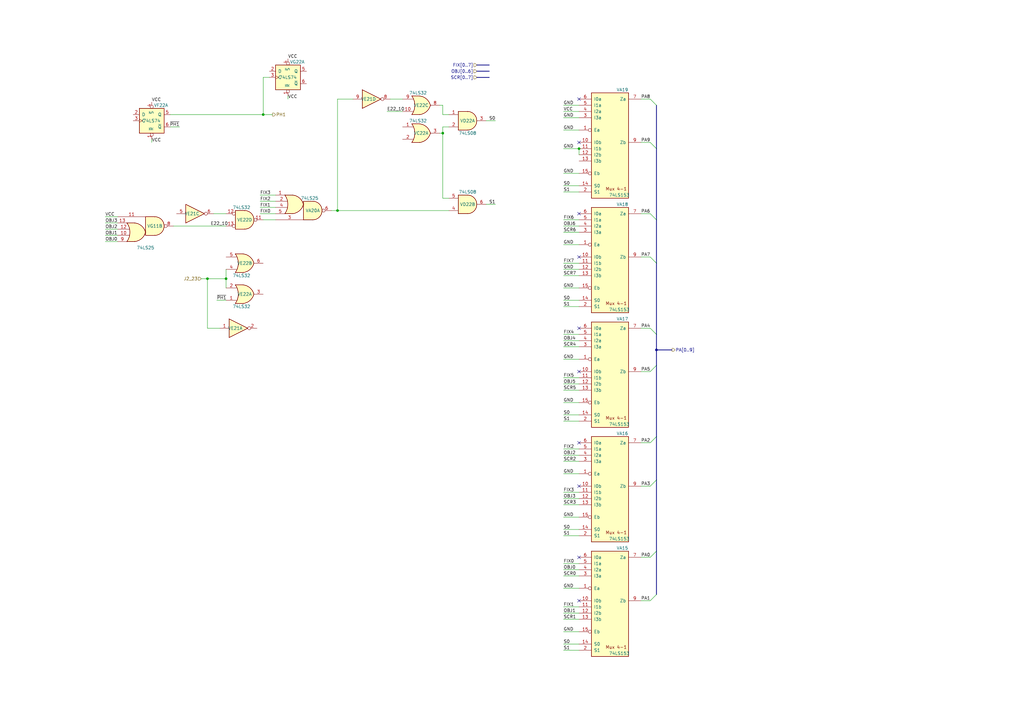
<source format=kicad_sch>
(kicad_sch (version 20231120) (generator "eeschema") (generator_version "8.0")
  (paper "A3")
  (title_block (date "2024-10-12") (company "JOTEGO") (comment 1 "Jose Tejada"))
  (lib_symbols
    (symbol "74xx:74LS04"
      (property "Reference" "U" (at 0 1.27 0))
      (property "Value" "74LS04" (at 0 -1.27 0))
      (symbol "74LS04_1_0"
        (polyline (pts (xy -3.81 3.81) (xy -3.81 -3.81) (xy 3.81 0) (xy -3.81 3.81)) (stroke (width 0.254)) (fill (type background)))
        (pin input line (at -7.62 0 0) (length 3.81) (name "~") (number "1"))
        (pin output inverted (at 7.62 0 180) (length 3.81) (name "~") (number "2"))
      )
      (symbol "74LS04_2_0"
        (polyline (pts (xy -3.81 3.81) (xy -3.81 -3.81) (xy 3.81 0) (xy -3.81 3.81)) (stroke (width 0.254)) (fill (type background)))
        (pin input line (at -7.62 0 0) (length 3.81) (name "~") (number "3"))
        (pin output inverted (at 7.62 0 180) (length 3.81) (name "~") (number "4"))
      )
      (symbol "74LS04_3_0"
        (polyline (pts (xy -3.81 3.81) (xy -3.81 -3.81) (xy 3.81 0) (xy -3.81 3.81)) (stroke (width 0.254)) (fill (type background)))
        (pin input line (at -7.62 0 0) (length 3.81) (name "~") (number "5"))
        (pin output inverted (at 7.62 0 180) (length 3.81) (name "~") (number "6"))
      )
      (symbol "74LS04_4_0"
        (polyline (pts (xy -3.81 3.81) (xy -3.81 -3.81) (xy 3.81 0) (xy -3.81 3.81)) (stroke (width 0.254)) (fill (type background)))
        (pin output inverted (at 7.62 0 180) (length 3.81) (name "~") (number "8"))
        (pin input line (at -7.62 0 0) (length 3.81) (name "~") (number "9"))
      )
      (symbol "74LS04_5_0"
        (polyline (pts (xy -3.81 3.81) (xy -3.81 -3.81) (xy 3.81 0) (xy -3.81 3.81)) (stroke (width 0.254)) (fill (type background)))
        (pin output inverted (at 7.62 0 180) (length 3.81) (name "~") (number "10"))
        (pin input line (at -7.62 0 0) (length 3.81) (name "~") (number "11"))
      )
      (symbol "74LS04_6_0"
        (polyline (pts (xy -3.81 3.81) (xy -3.81 -3.81) (xy 3.81 0) (xy -3.81 3.81)) (stroke (width 0.254)) (fill (type background)))
        (pin output inverted (at 7.62 0 180) (length 3.81) (name "~") (number "12"))
        (pin input line (at -7.62 0 0) (length 3.81) (name "~") (number "13"))
      )
      (symbol "74LS04_7_0"
        (pin power_in line (at 0 12.7 270) (length 5.08) (name "VCC") (number "14"))
        (pin power_in line (at 0 -12.7 90) (length 5.08) (name "GND") (number "7"))
      )
      (symbol "74LS04_7_1"
        (rectangle (start -5.08 7.62) (end 5.08 -7.62) (stroke (width 0.254)) (fill (type background)))
      )
    )
    (symbol "jt74:74LS08" (pin_names (offset 1.016))
      (property "Reference" "U" (at 0 1.27 0))
      (property "Value" "74LS08" (at 0 -1.27 0))
      (symbol "74LS08_1_1"
        (arc (start 0 -3.81) (mid 3.7934 0) (end 0 3.81) (stroke (width 0.254)) (fill (type background)))
        (polyline (pts (xy 0 3.81) (xy -3.81 3.81) (xy -3.81 -3.81) (xy 0 -3.81)) (stroke (width 0.254)) (fill (type background)))
        (pin input line (at -7.62 2.54 0) (length 3.81) (name "~") (number "1"))
        (pin input line (at -7.62 -2.54 0) (length 3.81) (name "~") (number "2"))
        (pin output line (at 7.62 0 180) (length 3.81) (name "~") (number "3"))
      )
      (symbol "74LS08_1_2"
        (arc (start -3.81 -3.81) (mid -2.589 0) (end -3.81 3.81) (stroke (width 0.254)))
        (arc (start -0.6096 -3.81) (mid 2.1842 -2.5851) (end 3.81 0) (stroke (width 0.254)) (fill (type background)))
        (polyline (pts (xy -3.81 -3.81) (xy -0.635 -3.81)) (stroke (width 0.254)) (fill (type background)))
        (polyline (pts (xy -3.81 3.81) (xy -0.635 3.81)) (stroke (width 0.254)) (fill (type background)))
        (polyline (pts (xy -0.635 3.81) (xy -3.81 3.81) (xy -3.81 3.81) (xy -3.556 3.4036) (xy -3.0226 2.2606) (xy -2.6924 1.0414) (xy -2.6162 -0.254) (xy -2.7686 -1.4986) (xy -3.175 -2.7178) (xy -3.81 -3.81) (xy -3.81 -3.81) (xy -0.635 -3.81)) (stroke (width -25.4)) (fill (type background)))
        (arc (start 3.81 0) (mid 2.1915 2.5936) (end -0.6096 3.81) (stroke (width 0.254)) (fill (type background)))
        (pin input inverted (at -7.62 2.54 0) (length 4.318) (name "~") (number "1"))
        (pin input inverted (at -7.62 -2.54 0) (length 4.318) (name "~") (number "2"))
        (pin output inverted (at 7.62 0 180) (length 3.81) (name "~") (number "3"))
      )
      (symbol "74LS08_2_1"
        (arc (start 0 -3.81) (mid 3.7934 0) (end 0 3.81) (stroke (width 0.254)) (fill (type background)))
        (polyline (pts (xy 0 3.81) (xy -3.81 3.81) (xy -3.81 -3.81) (xy 0 -3.81)) (stroke (width 0.254)) (fill (type background)))
        (pin input line (at -7.62 2.54 0) (length 3.81) (name "~") (number "4"))
        (pin input line (at -7.62 -2.54 0) (length 3.81) (name "~") (number "5"))
        (pin output line (at 7.62 0 180) (length 3.81) (name "~") (number "6"))
      )
      (symbol "74LS08_2_2"
        (arc (start -3.81 -3.81) (mid -2.589 0) (end -3.81 3.81) (stroke (width 0.254)))
        (arc (start -0.6096 -3.81) (mid 2.1842 -2.5851) (end 3.81 0) (stroke (width 0.254)) (fill (type background)))
        (polyline (pts (xy -3.81 -3.81) (xy -0.635 -3.81)) (stroke (width 0.254)) (fill (type background)))
        (polyline (pts (xy -3.81 3.81) (xy -0.635 3.81)) (stroke (width 0.254)) (fill (type background)))
        (polyline (pts (xy -0.635 3.81) (xy -3.81 3.81) (xy -3.81 3.81) (xy -3.556 3.4036) (xy -3.0226 2.2606) (xy -2.6924 1.0414) (xy -2.6162 -0.254) (xy -2.7686 -1.4986) (xy -3.175 -2.7178) (xy -3.81 -3.81) (xy -3.81 -3.81) (xy -0.635 -3.81)) (stroke (width -25.4)) (fill (type background)))
        (arc (start 3.81 0) (mid 2.1915 2.5936) (end -0.6096 3.81) (stroke (width 0.254)) (fill (type background)))
        (pin input inverted (at -7.62 2.54 0) (length 4.318) (name "~") (number "4"))
        (pin input inverted (at -7.62 -2.54 0) (length 4.318) (name "~") (number "5"))
        (pin output inverted (at 7.62 0 180) (length 3.81) (name "~") (number "6"))
      )
      (symbol "74LS08_3_1"
        (arc (start 0 -3.81) (mid 3.7934 0) (end 0 3.81) (stroke (width 0.254)) (fill (type background)))
        (polyline (pts (xy 0 3.81) (xy -3.81 3.81) (xy -3.81 -3.81) (xy 0 -3.81)) (stroke (width 0.254)) (fill (type background)))
        (pin input line (at -7.62 -2.54 0) (length 3.81) (name "~") (number "10"))
        (pin output line (at 7.62 0 180) (length 3.81) (name "~") (number "8"))
        (pin input line (at -7.62 2.54 0) (length 3.81) (name "~") (number "9"))
      )
      (symbol "74LS08_3_2"
        (arc (start -3.81 -3.81) (mid -2.589 0) (end -3.81 3.81) (stroke (width 0.254)))
        (arc (start -0.6096 -3.81) (mid 2.1842 -2.5851) (end 3.81 0) (stroke (width 0.254)) (fill (type background)))
        (polyline (pts (xy -3.81 -3.81) (xy -0.635 -3.81)) (stroke (width 0.254)) (fill (type background)))
        (polyline (pts (xy -3.81 3.81) (xy -0.635 3.81)) (stroke (width 0.254)) (fill (type background)))
        (polyline (pts (xy -0.635 3.81) (xy -3.81 3.81) (xy -3.81 3.81) (xy -3.556 3.4036) (xy -3.0226 2.2606) (xy -2.6924 1.0414) (xy -2.6162 -0.254) (xy -2.7686 -1.4986) (xy -3.175 -2.7178) (xy -3.81 -3.81) (xy -3.81 -3.81) (xy -0.635 -3.81)) (stroke (width -25.4)) (fill (type background)))
        (arc (start 3.81 0) (mid 2.1915 2.5936) (end -0.6096 3.81) (stroke (width 0.254)) (fill (type background)))
        (pin input inverted (at -7.62 -2.54 0) (length 4.318) (name "~") (number "10"))
        (pin output inverted (at 7.62 0 180) (length 3.81) (name "~") (number "8"))
        (pin input inverted (at -7.62 2.54 0) (length 4.318) (name "~") (number "9"))
      )
      (symbol "74LS08_4_1"
        (arc (start 0 -3.81) (mid 3.7934 0) (end 0 3.81) (stroke (width 0.254)) (fill (type background)))
        (polyline (pts (xy 0 3.81) (xy -3.81 3.81) (xy -3.81 -3.81) (xy 0 -3.81)) (stroke (width 0.254)) (fill (type background)))
        (pin output line (at 7.62 0 180) (length 3.81) (name "~") (number "11"))
        (pin input line (at -7.62 2.54 0) (length 3.81) (name "~") (number "12"))
        (pin input line (at -7.62 -2.54 0) (length 3.81) (name "~") (number "13"))
      )
      (symbol "74LS08_4_2"
        (arc (start -3.81 -3.81) (mid -2.589 0) (end -3.81 3.81) (stroke (width 0.254)))
        (arc (start -0.6096 -3.81) (mid 2.1842 -2.5851) (end 3.81 0) (stroke (width 0.254)) (fill (type background)))
        (polyline (pts (xy -3.81 -3.81) (xy -0.635 -3.81)) (stroke (width 0.254)) (fill (type background)))
        (polyline (pts (xy -3.81 3.81) (xy -0.635 3.81)) (stroke (width 0.254)) (fill (type background)))
        (polyline (pts (xy -0.635 3.81) (xy -3.81 3.81) (xy -3.81 3.81) (xy -3.556 3.4036) (xy -3.0226 2.2606) (xy -2.6924 1.0414) (xy -2.6162 -0.254) (xy -2.7686 -1.4986) (xy -3.175 -2.7178) (xy -3.81 -3.81) (xy -3.81 -3.81) (xy -0.635 -3.81)) (stroke (width -25.4)) (fill (type background)))
        (arc (start 3.81 0) (mid 2.1915 2.5936) (end -0.6096 3.81) (stroke (width 0.254)) (fill (type background)))
        (pin output inverted (at 7.62 0 180) (length 3.81) (name "~") (number "11"))
        (pin input inverted (at -7.62 2.54 0) (length 4.318) (name "~") (number "12"))
        (pin input inverted (at -7.62 -2.54 0) (length 4.318) (name "~") (number "13"))
      )
      (symbol "74LS08_5_0"
        (pin power_in line (at 0 7.62 270) (length 5.08) hide (name "VCC") (number "14"))
        (pin power_in line (at 0 -7.62 90) (length 5.08) hide (name "VSS") (number "7"))
      )
      (symbol "74LS08_5_1"
        (rectangle (start -5.08 7.62) (end 5.08 -7.62) (stroke (width 0.254)) (fill (type background)))
      )
    )
    (symbol "jt74:74LS153" (pin_names (offset 1.016))
      (property "Reference" "U" (at 0 5.08 0))
      (property "Value" "74LS153" (at 2.54 -21.59 0))
      (symbol "74LS153_0_0"
        (text "Mux 4-1" (at 2.54 -19.05 0) (effects (font (size 1.27 1.27))))
      )
      (symbol "74LS153_1_0"
        (pin input inverted (at -12.7 5.08 0) (length 5.08) (name "Ea") (number "1"))
        (pin input line (at -12.7 0 0) (length 5.08) (name "I0b") (number "10"))
        (pin input line (at -12.7 -2.54 0) (length 5.08) (name "I1b") (number "11"))
        (pin input line (at -12.7 -5.08 0) (length 5.08) (name "I2b") (number "12"))
        (pin input line (at -12.7 -7.62 0) (length 5.08) (name "I3b") (number "13"))
        (pin input line (at -12.7 -17.78 0) (length 5.08) (name "S0") (number "14"))
        (pin input inverted (at -12.7 -12.7 0) (length 5.08) (name "Eb") (number "15"))
        (pin input line (at -12.7 -20.32 0) (length 5.08) (name "S1") (number "2"))
        (pin input line (at -12.7 10.16 0) (length 5.08) (name "I3a") (number "3"))
        (pin input line (at -12.7 12.7 0) (length 5.08) (name "I2a") (number "4"))
        (pin input line (at -12.7 15.24 0) (length 5.08) (name "I1a") (number "5"))
        (pin input line (at -12.7 17.78 0) (length 5.08) (name "I0a") (number "6"))
        (pin output line (at 12.7 17.78 180) (length 5.08) (name "Za") (number "7"))
        (pin output line (at 12.7 0 180) (length 5.08) (name "Zb") (number "9"))
      )
      (symbol "74LS153_1_1"
        (rectangle (start -7.62 20.32) (end 7.62 -22.86) (stroke (width 0.254)) (fill (type background)))
      )
    )
    (symbol "jt74:74LS25" (pin_names (offset 1.016))
      (property "Reference" "U" (at 0 1.016 0))
      (property "Value" "74LS25" (at 0 -1.016 0))
      (symbol "74LS25_1_0"
        (pin input line (at -10.16 5.08 0) (length 3.81) (name "~") (number "1"))
        (pin input line (at -10.16 2.54 0) (length 4.826) (name "~") (number "2"))
        (pin input line (at -10.16 0 0) (length 4.826) (name "~") (number "4"))
        (pin input line (at -10.16 -2.54 0) (length 3.81) (name "~") (number "5"))
      )
      (symbol "74LS25_1_1"
        (arc (start -6.35 -2.54) (mid -5.129 1.27) (end -6.35 5.08) (stroke (width 0.254)))
        (arc (start -3.1496 -2.54) (mid -0.3545 -1.314) (end 1.27 1.27) (stroke (width 0.254)) (fill (type background)))
        (polyline (pts (xy -6.35 -2.54) (xy -3.175 -2.54)) (stroke (width 0.254)) (fill (type background)))
        (polyline (pts (xy -6.35 5.08) (xy -3.175 5.08)) (stroke (width 0.254)) (fill (type background)))
        (polyline (pts (xy 5.08 2.54) (xy 1.27 2.54) (xy 1.27 -5.08) (xy 5.08 -5.08)) (stroke (width 0.254)) (fill (type background)))
        (polyline (pts (xy -3.175 5.08) (xy -6.35 5.08) (xy -6.35 5.08) (xy -6.096 4.6736) (xy -5.5626 3.5306) (xy -5.2324 2.3114) (xy -5.1562 1.016) (xy -5.3086 -0.2286) (xy -5.715 -1.4478) (xy -6.35 -2.54) (xy -6.35 -2.54) (xy -3.175 -2.54)) (stroke (width -25.4)) (fill (type background)))
        (arc (start 1.27 1.27) (mid -0.3472 3.8625) (end -3.1496 5.08) (stroke (width 0.254)) (fill (type background)))
        (arc (start 5.08 -5.08) (mid 8.8734 -1.27) (end 5.08 2.54) (stroke (width 0.254)) (fill (type background)))
        (pin input line (at -10.16 -5.08 0) (length 11.43) (name "~") (number "3"))
        (pin output inverted (at 12.7 -1.27 180) (length 3.81) (name "~") (number "6"))
      )
      (symbol "74LS25_1_2"
        (arc (start 0 -3.81) (mid 3.7934 0) (end 0 3.81) (stroke (width 0.254)) (fill (type background)))
        (polyline (pts (xy 0 3.81) (xy -3.81 3.81) (xy -3.81 -3.81) (xy 0 -3.81)) (stroke (width 0.254)) (fill (type background)))
        (pin output line (at 7.62 0 180) (length 3.81) (name "~") (number "1"))
        (pin input inverted (at -7.62 2.54 0) (length 3.81) (name "~") (number "2"))
        (pin input inverted (at -7.62 -2.54 0) (length 3.81) (name "~") (number "3"))
      )
      (symbol "74LS25_2_0"
        (pin input line (at -10.16 2.54 0) (length 4.826) (name "~") (number "10"))
        (pin input line (at -10.16 0 0) (length 4.826) (name "~") (number "12"))
        (pin input line (at -10.16 -2.54 0) (length 3.81) (name "~") (number "13"))
        (pin input line (at -10.16 5.08 0) (length 3.81) (name "~") (number "9"))
      )
      (symbol "74LS25_2_1"
        (arc (start -6.35 -2.54) (mid -5.129 1.27) (end -6.35 5.08) (stroke (width 0.254)))
        (arc (start -3.1496 -2.54) (mid -0.3545 -1.314) (end 1.27 1.27) (stroke (width 0.254)) (fill (type background)))
        (polyline (pts (xy -6.35 -2.54) (xy -3.175 -2.54)) (stroke (width 0.254)) (fill (type background)))
        (polyline (pts (xy -6.35 5.08) (xy -3.175 5.08)) (stroke (width 0.254)) (fill (type background)))
        (polyline (pts (xy 5.08 2.54) (xy 1.27 2.54) (xy 1.27 -5.08) (xy 5.08 -5.08)) (stroke (width 0.254)) (fill (type background)))
        (polyline (pts (xy -3.175 5.08) (xy -6.35 5.08) (xy -6.35 5.08) (xy -6.096 4.6736) (xy -5.5626 3.5306) (xy -5.2324 2.3114) (xy -5.1562 1.016) (xy -5.3086 -0.2286) (xy -5.715 -1.4478) (xy -6.35 -2.54) (xy -6.35 -2.54) (xy -3.175 -2.54)) (stroke (width -25.4)) (fill (type background)))
        (arc (start 1.27 1.27) (mid -0.3472 3.8625) (end -3.1496 5.08) (stroke (width 0.254)) (fill (type background)))
        (arc (start 5.08 -5.08) (mid 8.8734 -1.27) (end 5.08 2.54) (stroke (width 0.254)) (fill (type background)))
        (pin input line (at -10.16 -5.08 0) (length 11.43) (name "~") (number "11"))
        (pin output inverted (at 12.7 -1.27 180) (length 3.81) (name "~") (number "8"))
      )
      (symbol "74LS25_2_2"
        (arc (start 0 -3.81) (mid 3.7934 0) (end 0 3.81) (stroke (width 0.254)) (fill (type background)))
        (polyline (pts (xy 0 3.81) (xy -3.81 3.81) (xy -3.81 -3.81) (xy 0 -3.81)) (stroke (width 0.254)) (fill (type background)))
        (pin output line (at 7.62 0 180) (length 3.81) (name "~") (number "4"))
        (pin input inverted (at -7.62 2.54 0) (length 3.81) (name "~") (number "5"))
        (pin input inverted (at -7.62 -2.54 0) (length 3.81) (name "~") (number "6"))
      )
      (symbol "74LS25_3_0"
        (pin power_in line (at 0 12.7 270) (length 5.08) (name "VCC") (number "14"))
        (pin power_in line (at 0 -12.7 90) (length 5.08) (name "GND") (number "7"))
      )
      (symbol "74LS25_3_1"
        (rectangle (start -5.08 7.62) (end 5.08 -7.62) (stroke (width 0.254)) (fill (type background)))
      )
      (symbol "74LS25_3_2"
        (arc (start 0 -3.81) (mid 3.7934 0) (end 0 3.81) (stroke (width 0.254)) (fill (type background)))
        (polyline (pts (xy 0 3.81) (xy -3.81 3.81) (xy -3.81 -3.81) (xy 0 -3.81)) (stroke (width 0.254)) (fill (type background)))
        (pin output line (at 7.62 0 180) (length 3.81) (name "~") (number "10"))
        (pin input inverted (at -7.62 2.54 0) (length 3.81) (name "~") (number "8"))
        (pin input inverted (at -7.62 -2.54 0) (length 3.81) (name "~") (number "9"))
      )
    )
    (symbol "jt74:74LS32" (pin_names (offset 1.016))
      (property "Reference" "U" (at 0 1.27 0))
      (property "Value" "74LS32" (at 0 -1.27 0))
      (symbol "74LS32_1_1"
        (arc (start -3.81 -3.81) (mid -2.589 0) (end -3.81 3.81) (stroke (width 0.254)))
        (arc (start -0.6096 -3.81) (mid 2.1842 -2.5851) (end 3.81 0) (stroke (width 0.254)) (fill (type background)))
        (polyline (pts (xy -3.81 -3.81) (xy -0.635 -3.81)) (stroke (width 0.254)) (fill (type background)))
        (polyline (pts (xy -3.81 3.81) (xy -0.635 3.81)) (stroke (width 0.254)) (fill (type background)))
        (polyline (pts (xy -0.635 3.81) (xy -3.81 3.81) (xy -3.81 3.81) (xy -3.556 3.4036) (xy -3.0226 2.2606) (xy -2.6924 1.0414) (xy -2.6162 -0.254) (xy -2.7686 -1.4986) (xy -3.175 -2.7178) (xy -3.81 -3.81) (xy -3.81 -3.81) (xy -0.635 -3.81)) (stroke (width -25.4)) (fill (type background)))
        (arc (start 3.81 0) (mid 2.1915 2.5936) (end -0.6096 3.81) (stroke (width 0.254)) (fill (type background)))
        (pin input line (at -7.62 2.54 0) (length 4.318) (name "~") (number "1"))
        (pin input line (at -7.62 -2.54 0) (length 4.318) (name "~") (number "2"))
        (pin output line (at 7.62 0 180) (length 3.81) (name "~") (number "3"))
      )
      (symbol "74LS32_1_2"
        (arc (start 0 -3.81) (mid 3.7934 0) (end 0 3.81) (stroke (width 0.254)) (fill (type background)))
        (polyline (pts (xy 0 3.81) (xy -3.81 3.81) (xy -3.81 -3.81) (xy 0 -3.81)) (stroke (width 0.254)) (fill (type background)))
        (pin input inverted (at -7.62 2.54 0) (length 3.81) (name "~") (number "1"))
        (pin input inverted (at -7.62 -2.54 0) (length 3.81) (name "~") (number "2"))
        (pin output inverted (at 7.62 0 180) (length 3.81) (name "~") (number "3"))
      )
      (symbol "74LS32_2_1"
        (arc (start -3.81 -3.81) (mid -2.589 0) (end -3.81 3.81) (stroke (width 0.254)))
        (arc (start -0.6096 -3.81) (mid 2.1842 -2.5851) (end 3.81 0) (stroke (width 0.254)) (fill (type background)))
        (polyline (pts (xy -3.81 -3.81) (xy -0.635 -3.81)) (stroke (width 0.254)) (fill (type background)))
        (polyline (pts (xy -3.81 3.81) (xy -0.635 3.81)) (stroke (width 0.254)) (fill (type background)))
        (polyline (pts (xy -0.635 3.81) (xy -3.81 3.81) (xy -3.81 3.81) (xy -3.556 3.4036) (xy -3.0226 2.2606) (xy -2.6924 1.0414) (xy -2.6162 -0.254) (xy -2.7686 -1.4986) (xy -3.175 -2.7178) (xy -3.81 -3.81) (xy -3.81 -3.81) (xy -0.635 -3.81)) (stroke (width -25.4)) (fill (type background)))
        (arc (start 3.81 0) (mid 2.1915 2.5936) (end -0.6096 3.81) (stroke (width 0.254)) (fill (type background)))
        (pin input line (at -7.62 2.54 0) (length 4.318) (name "~") (number "4"))
        (pin input line (at -7.62 -2.54 0) (length 4.318) (name "~") (number "5"))
        (pin output line (at 7.62 0 180) (length 3.81) (name "~") (number "6"))
      )
      (symbol "74LS32_2_2"
        (arc (start 0 -3.81) (mid 3.7934 0) (end 0 3.81) (stroke (width 0.254)) (fill (type background)))
        (polyline (pts (xy 0 3.81) (xy -3.81 3.81) (xy -3.81 -3.81) (xy 0 -3.81)) (stroke (width 0.254)) (fill (type background)))
        (pin input inverted (at -7.62 2.54 0) (length 3.81) (name "~") (number "4"))
        (pin input inverted (at -7.62 -2.54 0) (length 3.81) (name "~") (number "5"))
        (pin output inverted (at 7.62 0 180) (length 3.81) (name "~") (number "6"))
      )
      (symbol "74LS32_3_1"
        (arc (start -3.81 -3.81) (mid -2.589 0) (end -3.81 3.81) (stroke (width 0.254)))
        (arc (start -0.6096 -3.81) (mid 2.1842 -2.5851) (end 3.81 0) (stroke (width 0.254)) (fill (type background)))
        (polyline (pts (xy -3.81 -3.81) (xy -0.635 -3.81)) (stroke (width 0.254)) (fill (type background)))
        (polyline (pts (xy -3.81 3.81) (xy -0.635 3.81)) (stroke (width 0.254)) (fill (type background)))
        (polyline (pts (xy -0.635 3.81) (xy -3.81 3.81) (xy -3.81 3.81) (xy -3.556 3.4036) (xy -3.0226 2.2606) (xy -2.6924 1.0414) (xy -2.6162 -0.254) (xy -2.7686 -1.4986) (xy -3.175 -2.7178) (xy -3.81 -3.81) (xy -3.81 -3.81) (xy -0.635 -3.81)) (stroke (width -25.4)) (fill (type background)))
        (arc (start 3.81 0) (mid 2.1915 2.5936) (end -0.6096 3.81) (stroke (width 0.254)) (fill (type background)))
        (pin input line (at -7.62 -2.54 0) (length 4.318) (name "~") (number "10"))
        (pin output line (at 7.62 0 180) (length 3.81) (name "~") (number "8"))
        (pin input line (at -7.62 2.54 0) (length 4.318) (name "~") (number "9"))
      )
      (symbol "74LS32_3_2"
        (arc (start 0 -3.81) (mid 3.7934 0) (end 0 3.81) (stroke (width 0.254)) (fill (type background)))
        (polyline (pts (xy 0 3.81) (xy -3.81 3.81) (xy -3.81 -3.81) (xy 0 -3.81)) (stroke (width 0.254)) (fill (type background)))
        (pin input inverted (at -7.62 -2.54 0) (length 3.81) (name "~") (number "10"))
        (pin output inverted (at 7.62 0 180) (length 3.81) (name "~") (number "8"))
        (pin input inverted (at -7.62 2.54 0) (length 3.81) (name "~") (number "9"))
      )
      (symbol "74LS32_4_1"
        (arc (start -3.81 -3.81) (mid -2.589 0) (end -3.81 3.81) (stroke (width 0.254)))
        (arc (start -0.6096 -3.81) (mid 2.1842 -2.5851) (end 3.81 0) (stroke (width 0.254)) (fill (type background)))
        (polyline (pts (xy -3.81 -3.81) (xy -0.635 -3.81)) (stroke (width 0.254)) (fill (type background)))
        (polyline (pts (xy -3.81 3.81) (xy -0.635 3.81)) (stroke (width 0.254)) (fill (type background)))
        (polyline (pts (xy -0.635 3.81) (xy -3.81 3.81) (xy -3.81 3.81) (xy -3.556 3.4036) (xy -3.0226 2.2606) (xy -2.6924 1.0414) (xy -2.6162 -0.254) (xy -2.7686 -1.4986) (xy -3.175 -2.7178) (xy -3.81 -3.81) (xy -3.81 -3.81) (xy -0.635 -3.81)) (stroke (width -25.4)) (fill (type background)))
        (arc (start 3.81 0) (mid 2.1915 2.5936) (end -0.6096 3.81) (stroke (width 0.254)) (fill (type background)))
        (pin output line (at 7.62 0 180) (length 3.81) (name "~") (number "11"))
        (pin input line (at -7.62 2.54 0) (length 4.318) (name "~") (number "12"))
        (pin input line (at -7.62 -2.54 0) (length 4.318) (name "~") (number "13"))
      )
      (symbol "74LS32_4_2"
        (arc (start 0 -3.81) (mid 3.7934 0) (end 0 3.81) (stroke (width 0.254)) (fill (type background)))
        (polyline (pts (xy 0 3.81) (xy -3.81 3.81) (xy -3.81 -3.81) (xy 0 -3.81)) (stroke (width 0.254)) (fill (type background)))
        (pin output inverted (at 7.62 0 180) (length 3.81) (name "~") (number "11"))
        (pin input inverted (at -7.62 2.54 0) (length 3.81) (name "~") (number "12"))
        (pin input inverted (at -7.62 -2.54 0) (length 3.81) (name "~") (number "13"))
      )
      (symbol "74LS32_5_0"
        (pin power_in line (at 0 7.62 270) (length 5.08) hide (name "VCC") (number "14"))
        (pin power_in line (at 0 -7.62 90) (length 5.08) hide (name "VSS") (number "7"))
      )
      (symbol "74LS32_5_1"
        (rectangle (start -5.08 7.62) (end 5.08 -7.62) (stroke (width 0.254)) (fill (type background)))
      )
    )
    (symbol "jt74:74LS74" (pin_names (offset 1.016))
      (property "Reference" "U" (at 3.81 6.35 0))
      (property "Value" "74LS74" (at 0 0 0))
      (symbol "74LS74_1_0"
        (pin input inverted (at 0 -7.62 90) (length 2.54) (name "~{R}") (number "1"))
        (pin input line (at -7.62 2.54 0) (length 2.54) (name "D") (number "2"))
        (pin input clock (at -7.62 0 0) (length 2.54) (name "C") (number "3"))
        (pin input inverted (at 0 7.62 270) (length 2.54) (name "~{S}") (number "4"))
        (pin output line (at 7.62 2.54 180) (length 2.54) (name "Q") (number "5"))
        (pin output line (at 7.62 -2.54 180) (length 2.54) (name "~{Q}") (number "6"))
      )
      (symbol "74LS74_1_1"
        (rectangle (start -5.08 5.08) (end 5.08 -5.08) (stroke (width 0.254)) (fill (type background)))
      )
      (symbol "74LS74_2_0"
        (pin input clock (at -7.62 0 0) (length 2.54) (name "C") (number "11"))
        (pin input line (at -7.62 2.54 0) (length 2.54) (name "D") (number "12"))
        (pin input inverted (at 0 -7.62 90) (length 2.54) (name "~{R}") (number "13"))
        (pin output inverted (at 7.62 -2.54 180) (length 2.54) (name "~{Q}") (number "8"))
        (pin output line (at 7.62 2.54 180) (length 2.54) (name "Q") (number "9"))
      )
      (symbol "74LS74_2_1"
        (rectangle (start -5.08 5.08) (end 5.08 -5.08) (stroke (width 0.254)) (fill (type background)))
        (pin input inverted (at 0 7.62 270) (length 2.54) (name "~{S}") (number "10"))
      )
      (symbol "74LS74_3_0"
        (pin power_in line (at 0 7.62 270) (length 2.54) hide (name "VCC") (number "14"))
        (pin power_in line (at 0 -7.62 90) (length 2.54) hide (name "VSS") (number "7"))
      )
      (symbol "74LS74_3_1"
        (rectangle (start -5.08 7.62) (end 5.08 -7.62) (stroke (width 0.254)) (fill (type background)))
      )
    )
  )
  (junction (at 85.09 114.3))
  (junction (at 181.61 54.61))
  (junction (at 107.95 46.99))
  (junction (at 92.71 114.3))
  (junction (at 237.49 60.96))
  (junction (at 269.24 143.51))
  (junction (at 138.43 86.36))
  (no_connect (at 237.49 134.62))
  (no_connect (at 237.49 40.64))
  (no_connect (at 237.49 228.6))
  (no_connect (at 237.49 58.42))
  (no_connect (at 237.49 246.38))
  (no_connect (at 237.49 87.63))
  (no_connect (at 237.49 181.61))
  (no_connect (at 237.49 199.39))
  (no_connect (at 237.49 152.4))
  (no_connect (at 237.49 105.41))
  (bus_entry (at 266.7 181.61) (size 2.54 -2.54))
  (bus_entry (at 266.7 87.63) (size 2.54 2.54))
  (bus_entry (at 266.7 40.64) (size 2.54 2.54))
  (bus_entry (at 266.7 246.38) (size 2.54 -2.54))
  (bus_entry (at 266.7 134.62) (size 2.54 2.54))
  (bus_entry (at 266.7 152.4) (size 2.54 -2.54))
  (bus_entry (at 266.7 58.42) (size 2.54 2.54))
  (bus_entry (at 266.7 228.6) (size 2.54 -2.54))
  (bus_entry (at 266.7 105.41) (size 2.54 2.54))
  (bus_entry (at 266.7 199.39) (size 2.54 -2.54))
  (wire (pts (xy 158.75 45.72) (xy 165.1 45.72)))
  (wire (pts (xy 231.14 142.24) (xy 237.49 142.24)))
  (wire (pts (xy 106.68 85.09) (xy 113.03 85.09)))
  (wire (pts (xy 181.61 54.61) (xy 180.34 54.61)))
  (wire (pts (xy 231.14 219.71) (xy 237.49 219.71)))
  (wire (pts (xy 181.61 46.99) (xy 184.15 46.99)))
  (wire (pts (xy 82.55 114.3) (xy 85.09 114.3)))
  (wire (pts (xy 69.85 52.07) (xy 73.66 52.07)))
  (bus (pts (xy 269.24 179.07) (xy 269.24 196.85)))
  (wire (pts (xy 262.89 58.42) (xy 266.7 58.42)))
  (wire (pts (xy 231.14 95.25) (xy 237.49 95.25)))
  (bus (pts (xy 269.24 143.51) (xy 275.59 143.51)))
  (wire (pts (xy 231.14 154.94) (xy 237.49 154.94)))
  (wire (pts (xy 231.14 266.7) (xy 237.49 266.7)))
  (wire (pts (xy 231.14 78.74) (xy 237.49 78.74)))
  (wire (pts (xy 184.15 52.07) (xy 181.61 52.07)))
  (wire (pts (xy 85.09 134.62) (xy 85.09 114.3)))
  (wire (pts (xy 231.14 186.69) (xy 237.49 186.69)))
  (wire (pts (xy 231.14 137.16) (xy 237.49 137.16)))
  (wire (pts (xy 231.14 90.17) (xy 237.49 90.17)))
  (wire (pts (xy 87.63 87.63) (xy 92.71 87.63)))
  (wire (pts (xy 231.14 71.12) (xy 237.49 71.12)))
  (wire (pts (xy 262.89 152.4) (xy 266.7 152.4)))
  (bus (pts (xy 269.24 60.96) (xy 269.24 90.17)))
  (wire (pts (xy 262.89 40.64) (xy 266.7 40.64)))
  (wire (pts (xy 118.11 40.64) (xy 118.11 39.37)))
  (wire (pts (xy 107.95 31.75) (xy 107.95 46.99)))
  (wire (pts (xy 92.71 114.3) (xy 92.71 118.11)))
  (wire (pts (xy 231.14 201.93) (xy 237.49 201.93)))
  (wire (pts (xy 262.89 181.61) (xy 266.7 181.61)))
  (wire (pts (xy 160.02 40.64) (xy 165.1 40.64)))
  (wire (pts (xy 88.9 123.19) (xy 92.71 123.19)))
  (wire (pts (xy 231.14 212.09) (xy 237.49 212.09)))
  (wire (pts (xy 85.09 134.62) (xy 90.17 134.62)))
  (bus (pts (xy 269.24 226.06) (xy 269.24 243.84)))
  (wire (pts (xy 231.14 113.03) (xy 237.49 113.03)))
  (wire (pts (xy 231.14 110.49) (xy 237.49 110.49)))
  (wire (pts (xy 231.14 194.31) (xy 237.49 194.31)))
  (wire (pts (xy 231.14 125.73) (xy 237.49 125.73)))
  (wire (pts (xy 231.14 236.22) (xy 237.49 236.22)))
  (wire (pts (xy 231.14 248.92) (xy 237.49 248.92)))
  (wire (pts (xy 181.61 54.61) (xy 181.61 81.28)))
  (wire (pts (xy 231.14 45.72) (xy 237.49 45.72)))
  (bus (pts (xy 195.58 31.75) (xy 200.66 31.75)))
  (wire (pts (xy 107.95 46.99) (xy 111.76 46.99)))
  (bus (pts (xy 269.24 149.86) (xy 269.24 179.07)))
  (wire (pts (xy 181.61 43.18) (xy 181.61 46.99)))
  (wire (pts (xy 138.43 86.36) (xy 184.15 86.36)))
  (wire (pts (xy 106.68 80.01) (xy 113.03 80.01)))
  (wire (pts (xy 110.49 31.75) (xy 107.95 31.75)))
  (wire (pts (xy 231.14 165.1) (xy 237.49 165.1)))
  (wire (pts (xy 262.89 87.63) (xy 266.7 87.63)))
  (wire (pts (xy 69.85 46.99) (xy 107.95 46.99)))
  (wire (pts (xy 262.89 199.39) (xy 266.7 199.39)))
  (wire (pts (xy 180.34 43.18) (xy 181.61 43.18)))
  (bus (pts (xy 269.24 196.85) (xy 269.24 226.06)))
  (wire (pts (xy 181.61 81.28) (xy 184.15 81.28)))
  (bus (pts (xy 195.58 29.21) (xy 200.66 29.21)))
  (wire (pts (xy 138.43 40.64) (xy 138.43 86.36)))
  (wire (pts (xy 135.89 86.36) (xy 138.43 86.36)))
  (wire (pts (xy 231.14 100.33) (xy 237.49 100.33)))
  (wire (pts (xy 231.14 204.47) (xy 237.49 204.47)))
  (wire (pts (xy 107.95 90.17) (xy 113.03 90.17)))
  (wire (pts (xy 231.14 189.23) (xy 237.49 189.23)))
  (wire (pts (xy 144.78 40.64) (xy 138.43 40.64)))
  (wire (pts (xy 43.18 99.06) (xy 48.26 99.06)))
  (wire (pts (xy 231.14 184.15) (xy 237.49 184.15)))
  (wire (pts (xy 106.68 87.63) (xy 113.03 87.63)))
  (wire (pts (xy 199.39 49.53) (xy 203.2 49.53)))
  (wire (pts (xy 231.14 123.19) (xy 237.49 123.19)))
  (wire (pts (xy 262.89 228.6) (xy 266.7 228.6)))
  (wire (pts (xy 231.14 48.26) (xy 237.49 48.26)))
  (wire (pts (xy 181.61 52.07) (xy 181.61 54.61)))
  (wire (pts (xy 85.09 114.3) (xy 92.71 114.3)))
  (wire (pts (xy 262.89 246.38) (xy 266.7 246.38)))
  (wire (pts (xy 231.14 217.17) (xy 237.49 217.17)))
  (bus (pts (xy 195.58 26.67) (xy 200.66 26.67)))
  (wire (pts (xy 199.39 83.82) (xy 203.2 83.82)))
  (wire (pts (xy 231.14 160.02) (xy 237.49 160.02)))
  (wire (pts (xy 43.18 91.44) (xy 48.26 91.44)))
  (wire (pts (xy 106.68 82.55) (xy 113.03 82.55)))
  (wire (pts (xy 231.14 241.3) (xy 237.49 241.3)))
  (wire (pts (xy 262.89 134.62) (xy 266.7 134.62)))
  (bus (pts (xy 269.24 90.17) (xy 269.24 107.95)))
  (wire (pts (xy 62.23 58.42) (xy 62.23 57.15)))
  (bus (pts (xy 269.24 137.16) (xy 269.24 143.51)))
  (wire (pts (xy 231.14 231.14) (xy 237.49 231.14)))
  (wire (pts (xy 262.89 105.41) (xy 266.7 105.41)))
  (bus (pts (xy 269.24 143.51) (xy 269.24 149.86)))
  (wire (pts (xy 231.14 172.72) (xy 237.49 172.72)))
  (wire (pts (xy 231.14 251.46) (xy 237.49 251.46)))
  (wire (pts (xy 71.12 92.71) (xy 92.71 92.71)))
  (wire (pts (xy 231.14 139.7) (xy 237.49 139.7)))
  (wire (pts (xy 231.14 264.16) (xy 237.49 264.16)))
  (wire (pts (xy 231.14 170.18) (xy 237.49 170.18)))
  (wire (pts (xy 231.14 233.68) (xy 237.49 233.68)))
  (wire (pts (xy 231.14 60.96) (xy 237.49 60.96)))
  (wire (pts (xy 231.14 259.08) (xy 237.49 259.08)))
  (wire (pts (xy 92.71 110.49) (xy 92.71 114.3)))
  (wire (pts (xy 231.14 53.34) (xy 237.49 53.34)))
  (wire (pts (xy 231.14 118.11) (xy 237.49 118.11)))
  (wire (pts (xy 43.18 88.9) (xy 48.26 88.9)))
  (wire (pts (xy 43.18 96.52) (xy 48.26 96.52)))
  (wire (pts (xy 237.49 63.5) (xy 237.49 60.96)))
  (wire (pts (xy 231.14 76.2) (xy 237.49 76.2)))
  (wire (pts (xy 43.18 93.98) (xy 48.26 93.98)))
  (wire (pts (xy 231.14 207.01) (xy 237.49 207.01)))
  (wire (pts (xy 231.14 92.71) (xy 237.49 92.71)))
  (wire (pts (xy 231.14 147.32) (xy 237.49 147.32)))
  (bus (pts (xy 269.24 107.95) (xy 269.24 137.16)))
  (bus (pts (xy 269.24 43.18) (xy 269.24 60.96)))
  (wire (pts (xy 231.14 254) (xy 237.49 254)))
  (wire (pts (xy 231.14 43.18) (xy 237.49 43.18)))
  (wire (pts (xy 231.14 107.95) (xy 237.49 107.95)))
  (wire (pts (xy 231.14 157.48) (xy 237.49 157.48)))
  (label "E22_10" (at 158.75 45.72 0))
  (label "SCR7" (at 231.14 113.03 0))
  (label "FIX1" (at 106.68 85.09 0))
  (label "SCR3" (at 231.14 207.01 0))
  (label "S1" (at 231.14 172.72 0))
  (label "SCR0" (at 231.14 236.22 0))
  (label "S1" (at 231.14 78.74 0))
  (label "PA7" (at 266.7 105.41 180))
  (label "GND" (at 231.14 48.26 0))
  (label "GND" (at 231.14 194.31 0))
  (label "GND" (at 231.14 118.11 0))
  (label "GND" (at 231.14 71.12 0))
  (label "OBJ2" (at 231.14 186.69 0))
  (label "OBJ2" (at 43.18 93.98 0))
  (label "PA4" (at 266.7 134.62 180))
  (label "GND" (at 231.14 43.18 0))
  (label "FIX0" (at 231.14 231.14 0))
  (label "~{PH1}" (at 73.66 52.07 180))
  (label "OBJ3" (at 231.14 204.47 0))
  (label "PA5" (at 266.7 152.4 180))
  (label "SCR1" (at 231.14 254 0))
  (label "GND" (at 231.14 147.32 0))
  (label "VCC" (at 43.18 88.9 0))
  (label "OBJ0" (at 231.14 233.68 0))
  (label "OBJ5" (at 231.14 157.48 0))
  (label "GND" (at 231.14 53.34 0))
  (label "FIX4" (at 231.14 137.16 0))
  (label "S0" (at 231.14 170.18 0))
  (label "PA2" (at 266.7 181.61 180))
  (label "GND" (at 231.14 165.1 0))
  (label "E22_10" (at 86.36 92.71 0))
  (label "OBJ1" (at 231.14 251.46 0))
  (label "S0" (at 231.14 76.2 0))
  (label "FIX3" (at 106.68 80.01 0))
  (label "SCR6" (at 231.14 95.25 0))
  (label "S0" (at 231.14 264.16 0))
  (label "PA8" (at 266.7 40.64 180))
  (label "S1" (at 203.2 83.82 180))
  (label "GND" (at 231.14 259.08 0))
  (label "VCC" (at 118.11 40.64 0))
  (label "SCR5" (at 231.14 160.02 0))
  (label "OBJ3" (at 43.18 91.44 0))
  (label "S1" (at 231.14 219.71 0))
  (label "FIX5" (at 231.14 154.94 0))
  (label "S0" (at 203.2 49.53 180))
  (label "VCC" (at 118.11 24.13 0))
  (label "S1" (at 231.14 125.73 0))
  (label "OBJ1" (at 43.18 96.52 0))
  (label "OBJ0" (at 43.18 99.06 0))
  (label "GND" (at 231.14 100.33 0))
  (label "GND" (at 231.14 241.3 0))
  (label "S0" (at 231.14 217.17 0))
  (label "OBJ4" (at 231.14 139.7 0))
  (label "~{PH1}" (at 88.9 123.19 0))
  (label "FIX2" (at 231.14 184.15 0))
  (label "GND" (at 231.14 110.49 0))
  (label "GND" (at 231.14 212.09 0))
  (label "FIX6" (at 231.14 90.17 0))
  (label "FIX0" (at 106.68 87.63 0))
  (label "PA0" (at 266.7 228.6 180))
  (label "VCC" (at 231.14 45.72 0))
  (label "FIX3" (at 231.14 201.93 0))
  (label "S1" (at 231.14 266.7 0))
  (label "FIX2" (at 106.68 82.55 0))
  (label "FIX7" (at 231.14 107.95 0))
  (label "FIX1" (at 231.14 248.92 0))
  (label "PA3" (at 266.7 199.39 180))
  (label "S0" (at 231.14 123.19 0))
  (label "OBJ6" (at 231.14 92.71 0))
  (label "VCC" (at 62.23 41.91 0))
  (label "PA9" (at 266.7 58.42 180))
  (label "VCC" (at 62.23 58.42 0))
  (label "SCR4" (at 231.14 142.24 0))
  (label "SCR2" (at 231.14 189.23 0))
  (label "GND" (at 231.14 60.96 0))
  (label "PA6" (at 266.7 87.63 180))
  (label "PA1" (at 266.7 246.38 180))
  (hierarchical_label "PH1" (shape output) (at 111.76 46.99 0))
  (hierarchical_label "PA[0..9]" (shape output) (at 275.59 143.51 0))
  (hierarchical_label "SCR[0..7]" (shape input) (at 195.58 31.75 180))
  (hierarchical_label "J2_23" (shape input) (at 82.55 114.3 180))
  (hierarchical_label "OBJ[0..6]" (shape input) (at 195.58 29.21 180))
  (hierarchical_label "FIX[0..7]" (shape input) (at 195.58 26.67 180))
  (symbol (lib_id "jt74:74LS32") (at 100.33 120.65 0) (mirror x) (unit 1)
    (property "Reference" "VE22" (at 100.33 120.65 0))
    (property "Value" "74LS32" (at 99.06 125.73 0))
    (property "Datasheet" "http://www.ti.com/lit/gpn/sn74LS32" (effects (hide yes)))
    (property "Description" "Quad 2-input OR" (effects (hide yes)))
  )
  (symbol (lib_id "jt74:74LS08") (at 191.77 83.82 0) (mirror x) (unit 2)
    (property "Reference" "VD22" (at 191.77 83.82 0))
    (property "Value" "74LS08" (at 191.77 78.74 0))
    (property "Datasheet" "http://www.ti.com/lit/gpn/sn74LS08" (effects (hide yes)))
    (property "Description" "Quad And2" (effects (hide yes)))
  )
  (symbol (lib_id "74xx:74LS04") (at 80.01 87.63 0) (mirror x) (unit 3)
    (property "Reference" "VE21" (at 78.74 87.63 0))
    (property "Value" "74LS04" (effects (hide yes)))
    (property "Datasheet" "http://www.ti.com/lit/gpn/sn74LS04" (effects (hide yes)))
    (property "Description" "Hex Inverter" (effects (hide yes)))
  )
  (symbol (lib_id "jt74:74LS32") (at 172.72 43.18 0) (unit 3)
    (property "Reference" "VE22" (at 172.72 43.18 0))
    (property "Value" "74LS32" (at 171.45 38.1 0))
    (property "Datasheet" "http://www.ti.com/lit/gpn/sn74LS32" (effects (hide yes)))
    (property "Description" "Quad 2-input OR" (effects (hide yes)))
  )
  (symbol (lib_id "jt74:74LS74") (at 62.23 49.53 0) (unit 1)
    (property "Reference" "VF22" (at 66.04 43.18 0))
    (property "Value" "74LS74" (at 62.23 49.53 0))
    (property "Datasheet" "74xx/74hc_hct74.pdf" (effects (hide yes)))
    (property "Description" "Dual D Flip-flop, Set & Reset" (effects (hide yes)))
  )
  (symbol (lib_id "jt74:74LS74") (at 118.11 31.75 0) (unit 1)
    (property "Reference" "VG22" (at 121.92 25.4 0))
    (property "Value" "74LS74" (at 118.11 31.75 0))
    (property "Datasheet" "74xx/74hc_hct74.pdf" (effects (hide yes)))
    (property "Description" "Dual D Flip-flop, Set & Reset" (effects (hide yes)))
  )
  (symbol (lib_id "jt74:74LS32") (at 100.33 107.95 0) (mirror x) (unit 2)
    (property "Reference" "VE22" (at 100.33 107.95 0))
    (property "Value" "74LS32" (at 99.06 113.03 0))
    (property "Datasheet" "http://www.ti.com/lit/gpn/sn74LS32" (effects (hide yes)))
    (property "Description" "Quad 2-input OR" (effects (hide yes)))
  )
  (symbol (lib_id "jt74:74LS153") (at 250.19 199.39 0) (unit 1)
    (property "Reference" "VA16" (at 255.27 177.8 0))
    (property "Value" "74LS153" (at 254 220.98 0))
    (property "Datasheet" "http://www.ti.com/lit/gpn/sn74LS153" (effects (hide yes)))
    (property "Description" "Dual Multiplexer 4 to 1" (effects (hide yes)))
  )
  (symbol (lib_id "jt74:74LS32") (at 172.72 54.61 0) (unit 1)
    (property "Reference" "VC22" (at 172.72 54.61 0))
    (property "Value" "74LS32" (at 171.45 49.53 0))
    (property "Datasheet" "http://www.ti.com/lit/gpn/sn74LS32" (effects (hide yes)))
    (property "Description" "Quad 2-input OR" (effects (hide yes)))
  )
  (symbol (lib_id "74xx:74LS04") (at 152.4 40.64 0) (unit 4)
    (property "Reference" "VE21" (at 151.13 40.64 0))
    (property "Value" "74LS04" (effects (hide yes)))
    (property "Datasheet" "http://www.ti.com/lit/gpn/sn74LS04" (effects (hide yes)))
    (property "Description" "Hex Inverter" (effects (hide yes)))
  )
  (symbol (lib_id "jt74:74LS153") (at 250.19 152.4 0) (unit 1)
    (property "Reference" "VA17" (at 255.27 130.81 0))
    (property "Value" "74LS153" (at 254 173.99 0))
    (property "Datasheet" "http://www.ti.com/lit/gpn/sn74LS153" (effects (hide yes)))
    (property "Description" "Dual Multiplexer 4 to 1" (effects (hide yes)))
  )
  (symbol (lib_id "jt74:74LS153") (at 250.19 58.42 0) (unit 1)
    (property "Reference" "VA19" (at 255.27 36.83 0))
    (property "Value" "74LS153" (at 254 80.01 0))
    (property "Datasheet" "http://www.ti.com/lit/gpn/sn74LS153" (effects (hide yes)))
    (property "Description" "Dual Multiplexer 4 to 1" (effects (hide yes)))
  )
  (symbol (lib_id "jt74:74LS25") (at 123.19 85.09 0) (unit 1)
    (property "Reference" "VA20" (at 128.27 86.36 0))
    (property "Value" "74LS25" (at 127 81.28 0))
    (property "Datasheet" "https://www.ti.com/lit/ds/symlink/sn7425.pdf" (effects (hide yes)))
    (property "Description" "dual 4-input nor gates with strobe" (effects (hide yes)))
  )
  (symbol (lib_id "jt74:74LS153") (at 250.19 105.41 0) (unit 1)
    (property "Reference" "VA18" (at 255.27 83.82 0))
    (property "Value" "74LS153" (at 254 127 0))
    (property "Datasheet" "http://www.ti.com/lit/gpn/sn74LS153" (effects (hide yes)))
    (property "Description" "Dual Multiplexer 4 to 1" (effects (hide yes)))
  )
  (symbol (lib_id "jt74:74LS153") (at 250.19 246.38 0) (unit 1)
    (property "Reference" "VA15" (at 255.27 224.79 0))
    (property "Value" "74LS153" (at 254 267.97 0))
    (property "Datasheet" "http://www.ti.com/lit/gpn/sn74LS153" (effects (hide yes)))
    (property "Description" "Dual Multiplexer 4 to 1" (effects (hide yes)))
  )
  (symbol (lib_id "jt74:74LS25") (at 58.42 93.98 0) (mirror x) (unit 2)
    (property "Reference" "VG11" (at 63.5 92.71 0))
    (property "Value" "74LS25" (at 59.6817 101.6 0))
    (property "Datasheet" "https://www.ti.com/lit/ds/symlink/sn7425.pdf" (effects (hide yes)))
    (property "Description" "dual 4-input nor gates with strobe" (effects (hide yes)))
  )
  (symbol (lib_id "jt74:74LS32") (at 100.33 90.17 0) (unit 4) (convert 2)
    (property "Reference" "VE22" (at 100.33 90.17 0))
    (property "Value" "74LS32" (at 99.06 85.09 0))
    (property "Datasheet" "http://www.ti.com/lit/gpn/sn74LS32" (effects (hide yes)))
    (property "Description" "Quad 2-input OR" (effects (hide yes)))
  )
  (symbol (lib_id "jt74:74LS08") (at 191.77 49.53 0) (unit 1)
    (property "Reference" "VD22" (at 191.77 49.53 0))
    (property "Value" "74LS08" (at 191.77 54.61 0))
    (property "Datasheet" "http://www.ti.com/lit/gpn/sn74LS08" (effects (hide yes)))
    (property "Description" "Quad And2" (effects (hide yes)))
  )
  (symbol (lib_id "74xx:74LS04") (at 97.79 134.62 0) (unit 1)
    (property "Reference" "VE21" (at 96.52 134.62 0))
    (property "Value" "74LS04" (effects (hide yes)))
    (property "Datasheet" "http://www.ti.com/lit/gpn/sn74LS04" (effects (hide yes)))
    (property "Description" "Hex Inverter" (effects (hide yes)))
  )
)
</source>
